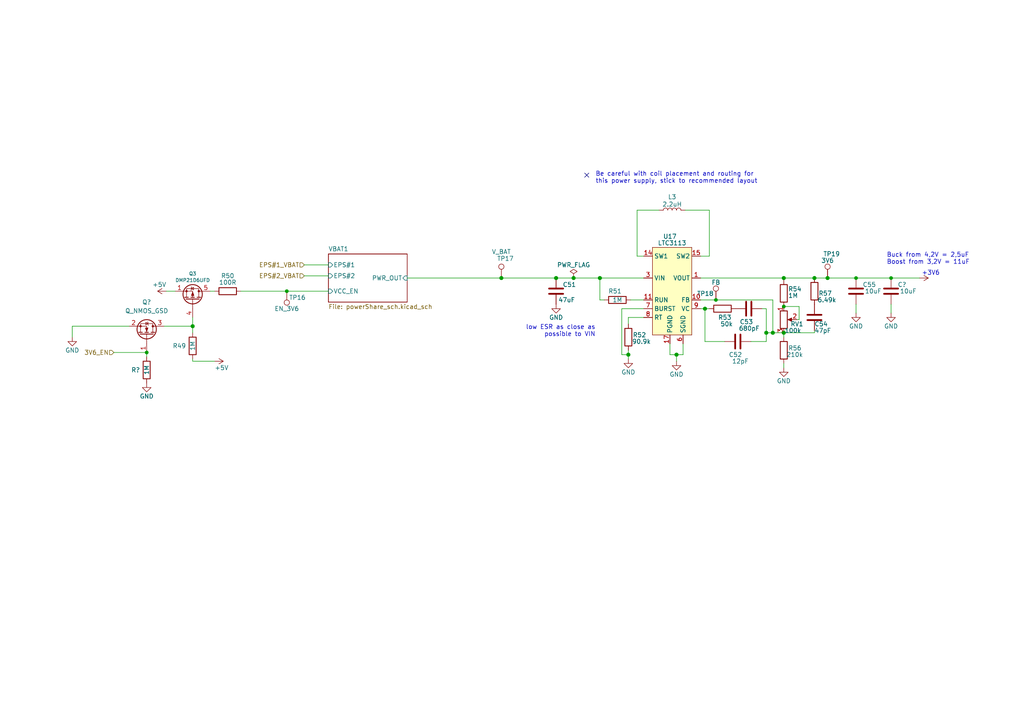
<source format=kicad_sch>
(kicad_sch (version 20211123) (generator eeschema)

  (uuid 93bc236d-3455-443f-8726-2037a6755e8b)

  (paper "A4")

  (lib_symbols
    (symbol "Connector:TestPoint" (pin_numbers hide) (pin_names (offset 0.762) hide) (in_bom yes) (on_board yes)
      (property "Reference" "TP" (id 0) (at 0 6.858 0)
        (effects (font (size 1.27 1.27)))
      )
      (property "Value" "TestPoint" (id 1) (at 0 5.08 0)
        (effects (font (size 1.27 1.27)))
      )
      (property "Footprint" "" (id 2) (at 5.08 0 0)
        (effects (font (size 1.27 1.27)) hide)
      )
      (property "Datasheet" "~" (id 3) (at 5.08 0 0)
        (effects (font (size 1.27 1.27)) hide)
      )
      (property "ki_keywords" "test point tp" (id 4) (at 0 0 0)
        (effects (font (size 1.27 1.27)) hide)
      )
      (property "ki_description" "test point" (id 5) (at 0 0 0)
        (effects (font (size 1.27 1.27)) hide)
      )
      (property "ki_fp_filters" "Pin* Test*" (id 6) (at 0 0 0)
        (effects (font (size 1.27 1.27)) hide)
      )
      (symbol "TestPoint_0_1"
        (circle (center 0 3.302) (radius 0.762)
          (stroke (width 0) (type default) (color 0 0 0 0))
          (fill (type none))
        )
      )
      (symbol "TestPoint_1_1"
        (pin passive line (at 0 0 90) (length 2.54)
          (name "1" (effects (font (size 1.27 1.27))))
          (number "1" (effects (font (size 1.27 1.27))))
        )
      )
    )
    (symbol "Device:C" (pin_numbers hide) (pin_names (offset 0.254)) (in_bom yes) (on_board yes)
      (property "Reference" "C" (id 0) (at 0.635 2.54 0)
        (effects (font (size 1.27 1.27)) (justify left))
      )
      (property "Value" "C" (id 1) (at 0.635 -2.54 0)
        (effects (font (size 1.27 1.27)) (justify left))
      )
      (property "Footprint" "" (id 2) (at 0.9652 -3.81 0)
        (effects (font (size 1.27 1.27)) hide)
      )
      (property "Datasheet" "~" (id 3) (at 0 0 0)
        (effects (font (size 1.27 1.27)) hide)
      )
      (property "ki_keywords" "cap capacitor" (id 4) (at 0 0 0)
        (effects (font (size 1.27 1.27)) hide)
      )
      (property "ki_description" "Unpolarized capacitor" (id 5) (at 0 0 0)
        (effects (font (size 1.27 1.27)) hide)
      )
      (property "ki_fp_filters" "C_*" (id 6) (at 0 0 0)
        (effects (font (size 1.27 1.27)) hide)
      )
      (symbol "C_0_1"
        (polyline
          (pts
            (xy -2.032 -0.762)
            (xy 2.032 -0.762)
          )
          (stroke (width 0.508) (type default) (color 0 0 0 0))
          (fill (type none))
        )
        (polyline
          (pts
            (xy -2.032 0.762)
            (xy 2.032 0.762)
          )
          (stroke (width 0.508) (type default) (color 0 0 0 0))
          (fill (type none))
        )
      )
      (symbol "C_1_1"
        (pin passive line (at 0 3.81 270) (length 2.794)
          (name "~" (effects (font (size 1.27 1.27))))
          (number "1" (effects (font (size 1.27 1.27))))
        )
        (pin passive line (at 0 -3.81 90) (length 2.794)
          (name "~" (effects (font (size 1.27 1.27))))
          (number "2" (effects (font (size 1.27 1.27))))
        )
      )
    )
    (symbol "Device:L" (pin_numbers hide) (pin_names (offset 1.016) hide) (in_bom yes) (on_board yes)
      (property "Reference" "L" (id 0) (at -1.27 0 90)
        (effects (font (size 1.27 1.27)))
      )
      (property "Value" "L" (id 1) (at 1.905 0 90)
        (effects (font (size 1.27 1.27)))
      )
      (property "Footprint" "" (id 2) (at 0 0 0)
        (effects (font (size 1.27 1.27)) hide)
      )
      (property "Datasheet" "~" (id 3) (at 0 0 0)
        (effects (font (size 1.27 1.27)) hide)
      )
      (property "ki_keywords" "inductor choke coil reactor magnetic" (id 4) (at 0 0 0)
        (effects (font (size 1.27 1.27)) hide)
      )
      (property "ki_description" "Inductor" (id 5) (at 0 0 0)
        (effects (font (size 1.27 1.27)) hide)
      )
      (property "ki_fp_filters" "Choke_* *Coil* Inductor_* L_*" (id 6) (at 0 0 0)
        (effects (font (size 1.27 1.27)) hide)
      )
      (symbol "L_0_1"
        (arc (start 0 -2.54) (mid 0.635 -1.905) (end 0 -1.27)
          (stroke (width 0) (type default) (color 0 0 0 0))
          (fill (type none))
        )
        (arc (start 0 -1.27) (mid 0.635 -0.635) (end 0 0)
          (stroke (width 0) (type default) (color 0 0 0 0))
          (fill (type none))
        )
        (arc (start 0 0) (mid 0.635 0.635) (end 0 1.27)
          (stroke (width 0) (type default) (color 0 0 0 0))
          (fill (type none))
        )
        (arc (start 0 1.27) (mid 0.635 1.905) (end 0 2.54)
          (stroke (width 0) (type default) (color 0 0 0 0))
          (fill (type none))
        )
      )
      (symbol "L_1_1"
        (pin passive line (at 0 3.81 270) (length 1.27)
          (name "1" (effects (font (size 1.27 1.27))))
          (number "1" (effects (font (size 1.27 1.27))))
        )
        (pin passive line (at 0 -3.81 90) (length 1.27)
          (name "2" (effects (font (size 1.27 1.27))))
          (number "2" (effects (font (size 1.27 1.27))))
        )
      )
    )
    (symbol "Device:Q_NMOS_GSD" (pin_names (offset 0) hide) (in_bom yes) (on_board yes)
      (property "Reference" "Q" (id 0) (at 5.08 1.27 0)
        (effects (font (size 1.27 1.27)) (justify left))
      )
      (property "Value" "Q_NMOS_GSD" (id 1) (at 5.08 -1.27 0)
        (effects (font (size 1.27 1.27)) (justify left))
      )
      (property "Footprint" "" (id 2) (at 5.08 2.54 0)
        (effects (font (size 1.27 1.27)) hide)
      )
      (property "Datasheet" "~" (id 3) (at 0 0 0)
        (effects (font (size 1.27 1.27)) hide)
      )
      (property "ki_keywords" "transistor NMOS N-MOS N-MOSFET" (id 4) (at 0 0 0)
        (effects (font (size 1.27 1.27)) hide)
      )
      (property "ki_description" "N-MOSFET transistor, gate/source/drain" (id 5) (at 0 0 0)
        (effects (font (size 1.27 1.27)) hide)
      )
      (symbol "Q_NMOS_GSD_0_1"
        (polyline
          (pts
            (xy 0.254 0)
            (xy -2.54 0)
          )
          (stroke (width 0) (type default) (color 0 0 0 0))
          (fill (type none))
        )
        (polyline
          (pts
            (xy 0.254 1.905)
            (xy 0.254 -1.905)
          )
          (stroke (width 0.254) (type default) (color 0 0 0 0))
          (fill (type none))
        )
        (polyline
          (pts
            (xy 0.762 -1.27)
            (xy 0.762 -2.286)
          )
          (stroke (width 0.254) (type default) (color 0 0 0 0))
          (fill (type none))
        )
        (polyline
          (pts
            (xy 0.762 0.508)
            (xy 0.762 -0.508)
          )
          (stroke (width 0.254) (type default) (color 0 0 0 0))
          (fill (type none))
        )
        (polyline
          (pts
            (xy 0.762 2.286)
            (xy 0.762 1.27)
          )
          (stroke (width 0.254) (type default) (color 0 0 0 0))
          (fill (type none))
        )
        (polyline
          (pts
            (xy 2.54 2.54)
            (xy 2.54 1.778)
          )
          (stroke (width 0) (type default) (color 0 0 0 0))
          (fill (type none))
        )
        (polyline
          (pts
            (xy 2.54 -2.54)
            (xy 2.54 0)
            (xy 0.762 0)
          )
          (stroke (width 0) (type default) (color 0 0 0 0))
          (fill (type none))
        )
        (polyline
          (pts
            (xy 0.762 -1.778)
            (xy 3.302 -1.778)
            (xy 3.302 1.778)
            (xy 0.762 1.778)
          )
          (stroke (width 0) (type default) (color 0 0 0 0))
          (fill (type none))
        )
        (polyline
          (pts
            (xy 1.016 0)
            (xy 2.032 0.381)
            (xy 2.032 -0.381)
            (xy 1.016 0)
          )
          (stroke (width 0) (type default) (color 0 0 0 0))
          (fill (type outline))
        )
        (polyline
          (pts
            (xy 2.794 0.508)
            (xy 2.921 0.381)
            (xy 3.683 0.381)
            (xy 3.81 0.254)
          )
          (stroke (width 0) (type default) (color 0 0 0 0))
          (fill (type none))
        )
        (polyline
          (pts
            (xy 3.302 0.381)
            (xy 2.921 -0.254)
            (xy 3.683 -0.254)
            (xy 3.302 0.381)
          )
          (stroke (width 0) (type default) (color 0 0 0 0))
          (fill (type none))
        )
        (circle (center 1.651 0) (radius 2.794)
          (stroke (width 0.254) (type default) (color 0 0 0 0))
          (fill (type none))
        )
        (circle (center 2.54 -1.778) (radius 0.254)
          (stroke (width 0) (type default) (color 0 0 0 0))
          (fill (type outline))
        )
        (circle (center 2.54 1.778) (radius 0.254)
          (stroke (width 0) (type default) (color 0 0 0 0))
          (fill (type outline))
        )
      )
      (symbol "Q_NMOS_GSD_1_1"
        (pin input line (at -5.08 0 0) (length 2.54)
          (name "G" (effects (font (size 1.27 1.27))))
          (number "1" (effects (font (size 1.27 1.27))))
        )
        (pin passive line (at 2.54 -5.08 90) (length 2.54)
          (name "S" (effects (font (size 1.27 1.27))))
          (number "2" (effects (font (size 1.27 1.27))))
        )
        (pin passive line (at 2.54 5.08 270) (length 2.54)
          (name "D" (effects (font (size 1.27 1.27))))
          (number "3" (effects (font (size 1.27 1.27))))
        )
      )
    )
    (symbol "Device:R" (pin_numbers hide) (pin_names (offset 0)) (in_bom yes) (on_board yes)
      (property "Reference" "R" (id 0) (at 2.032 0 90)
        (effects (font (size 1.27 1.27)))
      )
      (property "Value" "R" (id 1) (at 0 0 90)
        (effects (font (size 1.27 1.27)))
      )
      (property "Footprint" "" (id 2) (at -1.778 0 90)
        (effects (font (size 1.27 1.27)) hide)
      )
      (property "Datasheet" "~" (id 3) (at 0 0 0)
        (effects (font (size 1.27 1.27)) hide)
      )
      (property "ki_keywords" "R res resistor" (id 4) (at 0 0 0)
        (effects (font (size 1.27 1.27)) hide)
      )
      (property "ki_description" "Resistor" (id 5) (at 0 0 0)
        (effects (font (size 1.27 1.27)) hide)
      )
      (property "ki_fp_filters" "R_*" (id 6) (at 0 0 0)
        (effects (font (size 1.27 1.27)) hide)
      )
      (symbol "R_0_1"
        (rectangle (start -1.016 -2.54) (end 1.016 2.54)
          (stroke (width 0.254) (type default) (color 0 0 0 0))
          (fill (type none))
        )
      )
      (symbol "R_1_1"
        (pin passive line (at 0 3.81 270) (length 1.27)
          (name "~" (effects (font (size 1.27 1.27))))
          (number "1" (effects (font (size 1.27 1.27))))
        )
        (pin passive line (at 0 -3.81 90) (length 1.27)
          (name "~" (effects (font (size 1.27 1.27))))
          (number "2" (effects (font (size 1.27 1.27))))
        )
      )
    )
    (symbol "Device:R_Potentiometer" (pin_names (offset 1.016) hide) (in_bom yes) (on_board yes)
      (property "Reference" "RV" (id 0) (at -4.445 0 90)
        (effects (font (size 1.27 1.27)))
      )
      (property "Value" "R_Potentiometer" (id 1) (at -2.54 0 90)
        (effects (font (size 1.27 1.27)))
      )
      (property "Footprint" "" (id 2) (at 0 0 0)
        (effects (font (size 1.27 1.27)) hide)
      )
      (property "Datasheet" "~" (id 3) (at 0 0 0)
        (effects (font (size 1.27 1.27)) hide)
      )
      (property "ki_keywords" "resistor variable" (id 4) (at 0 0 0)
        (effects (font (size 1.27 1.27)) hide)
      )
      (property "ki_description" "Potentiometer" (id 5) (at 0 0 0)
        (effects (font (size 1.27 1.27)) hide)
      )
      (property "ki_fp_filters" "Potentiometer*" (id 6) (at 0 0 0)
        (effects (font (size 1.27 1.27)) hide)
      )
      (symbol "R_Potentiometer_0_1"
        (polyline
          (pts
            (xy 2.54 0)
            (xy 1.524 0)
          )
          (stroke (width 0) (type default) (color 0 0 0 0))
          (fill (type none))
        )
        (polyline
          (pts
            (xy 1.143 0)
            (xy 2.286 0.508)
            (xy 2.286 -0.508)
            (xy 1.143 0)
          )
          (stroke (width 0) (type default) (color 0 0 0 0))
          (fill (type outline))
        )
        (rectangle (start 1.016 2.54) (end -1.016 -2.54)
          (stroke (width 0.254) (type default) (color 0 0 0 0))
          (fill (type none))
        )
      )
      (symbol "R_Potentiometer_1_1"
        (pin passive line (at 0 3.81 270) (length 1.27)
          (name "1" (effects (font (size 1.27 1.27))))
          (number "1" (effects (font (size 1.27 1.27))))
        )
        (pin passive line (at 3.81 0 180) (length 1.27)
          (name "2" (effects (font (size 1.27 1.27))))
          (number "2" (effects (font (size 1.27 1.27))))
        )
        (pin passive line (at 0 -3.81 90) (length 1.27)
          (name "3" (effects (font (size 1.27 1.27))))
          (number "3" (effects (font (size 1.27 1.27))))
        )
      )
    )
    (symbol "Transistor_FET:SiS443DN" (pin_names hide) (in_bom yes) (on_board yes)
      (property "Reference" "Q" (id 0) (at 5.08 1.905 0)
        (effects (font (size 1.27 1.27)) (justify left))
      )
      (property "Value" "SiS443DN" (id 1) (at 5.08 0 0)
        (effects (font (size 1.27 1.27)) (justify left))
      )
      (property "Footprint" "Package_SO:Vishay_PowerPAK_1212-8_Single" (id 2) (at 5.08 -1.905 0)
        (effects (font (size 1.27 1.27) italic) (justify left) hide)
      )
      (property "Datasheet" "https://www.vishay.com/docs/63253/sis443dn.pdf" (id 3) (at 0 0 90)
        (effects (font (size 1.27 1.27)) (justify left) hide)
      )
      (property "ki_keywords" "P-Channel MOSFET" (id 4) (at 0 0 0)
        (effects (font (size 1.27 1.27)) hide)
      )
      (property "ki_description" "-35A Id, -40V Vds, P-Channel MOSFET, PowerPAK 1212-8 Single" (id 5) (at 0 0 0)
        (effects (font (size 1.27 1.27)) hide)
      )
      (property "ki_fp_filters" "Vishay*PowerPAK*1212*Single*" (id 6) (at 0 0 0)
        (effects (font (size 1.27 1.27)) hide)
      )
      (symbol "SiS443DN_0_1"
        (polyline
          (pts
            (xy 0.254 0)
            (xy -2.54 0)
          )
          (stroke (width 0) (type default) (color 0 0 0 0))
          (fill (type none))
        )
        (polyline
          (pts
            (xy 0.254 1.905)
            (xy 0.254 -1.905)
          )
          (stroke (width 0.254) (type default) (color 0 0 0 0))
          (fill (type none))
        )
        (polyline
          (pts
            (xy 0.762 -1.27)
            (xy 0.762 -2.286)
          )
          (stroke (width 0.254) (type default) (color 0 0 0 0))
          (fill (type none))
        )
        (polyline
          (pts
            (xy 0.762 0.508)
            (xy 0.762 -0.508)
          )
          (stroke (width 0.254) (type default) (color 0 0 0 0))
          (fill (type none))
        )
        (polyline
          (pts
            (xy 0.762 2.286)
            (xy 0.762 1.27)
          )
          (stroke (width 0.254) (type default) (color 0 0 0 0))
          (fill (type none))
        )
        (polyline
          (pts
            (xy 2.54 2.54)
            (xy 2.54 1.778)
          )
          (stroke (width 0) (type default) (color 0 0 0 0))
          (fill (type none))
        )
        (polyline
          (pts
            (xy 2.54 -2.54)
            (xy 2.54 0)
            (xy 0.762 0)
          )
          (stroke (width 0) (type default) (color 0 0 0 0))
          (fill (type none))
        )
        (polyline
          (pts
            (xy 0.762 1.778)
            (xy 3.302 1.778)
            (xy 3.302 -1.778)
            (xy 0.762 -1.778)
          )
          (stroke (width 0) (type default) (color 0 0 0 0))
          (fill (type none))
        )
        (polyline
          (pts
            (xy 2.286 0)
            (xy 1.27 0.381)
            (xy 1.27 -0.381)
            (xy 2.286 0)
          )
          (stroke (width 0) (type default) (color 0 0 0 0))
          (fill (type outline))
        )
        (polyline
          (pts
            (xy 2.794 -0.508)
            (xy 2.921 -0.381)
            (xy 3.683 -0.381)
            (xy 3.81 -0.254)
          )
          (stroke (width 0) (type default) (color 0 0 0 0))
          (fill (type none))
        )
        (polyline
          (pts
            (xy 3.302 -0.381)
            (xy 2.921 0.254)
            (xy 3.683 0.254)
            (xy 3.302 -0.381)
          )
          (stroke (width 0) (type default) (color 0 0 0 0))
          (fill (type none))
        )
        (circle (center 1.651 0) (radius 2.794)
          (stroke (width 0.254) (type default) (color 0 0 0 0))
          (fill (type none))
        )
        (circle (center 2.54 -1.778) (radius 0.254)
          (stroke (width 0) (type default) (color 0 0 0 0))
          (fill (type outline))
        )
        (circle (center 2.54 1.778) (radius 0.254)
          (stroke (width 0) (type default) (color 0 0 0 0))
          (fill (type outline))
        )
      )
      (symbol "SiS443DN_1_1"
        (pin passive line (at 2.54 -5.08 90) (length 2.54)
          (name "S" (effects (font (size 1.27 1.27))))
          (number "1" (effects (font (size 1.27 1.27))))
        )
        (pin passive line (at 2.54 -5.08 90) (length 2.54) hide
          (name "S" (effects (font (size 1.27 1.27))))
          (number "2" (effects (font (size 1.27 1.27))))
        )
        (pin passive line (at 2.54 -5.08 90) (length 2.54) hide
          (name "S" (effects (font (size 1.27 1.27))))
          (number "3" (effects (font (size 1.27 1.27))))
        )
        (pin passive line (at -5.08 0 0) (length 2.54)
          (name "G" (effects (font (size 1.27 1.27))))
          (number "4" (effects (font (size 1.27 1.27))))
        )
        (pin passive line (at 2.54 5.08 270) (length 2.54)
          (name "D" (effects (font (size 1.27 1.27))))
          (number "5" (effects (font (size 1.27 1.27))))
        )
      )
    )
    (symbol "comm:LTC3113" (in_bom yes) (on_board yes)
      (property "Reference" "U" (id 0) (at 0 17.78 0)
        (effects (font (size 1.27 1.27)))
      )
      (property "Value" "LTC3113" (id 1) (at 0 15.24 0)
        (effects (font (size 1.27 1.27)))
      )
      (property "Footprint" "Package_DFN_QFN:DFN-16-1EP_4x5mm_P0.5mm_EP2.44x4.34mm" (id 2) (at 0 13.97 0)
        (effects (font (size 1.27 1.27)) hide)
      )
      (property "Datasheet" "" (id 3) (at 0 13.97 0)
        (effects (font (size 1.27 1.27)) hide)
      )
      (symbol "LTC3113_0_1"
        (rectangle (start -5.08 11.43) (end 6.35 -13.97)
          (stroke (width 0.1524) (type default) (color 0 0 0 0))
          (fill (type background))
        )
      )
      (symbol "LTC3113_1_1"
        (pin power_out line (at 8.89 2.54 180) (length 2.54)
          (name "VOUT" (effects (font (size 1.27 1.27))))
          (number "1" (effects (font (size 1.27 1.27))))
        )
        (pin input line (at 8.89 -3.81 180) (length 2.54)
          (name "FB" (effects (font (size 1.27 1.27))))
          (number "10" (effects (font (size 1.27 1.27))))
        )
        (pin input line (at -7.62 -3.81 0) (length 2.54)
          (name "RUN" (effects (font (size 1.27 1.27))))
          (number "11" (effects (font (size 1.27 1.27))))
        )
        (pin input line (at -7.62 8.89 0) (length 2.54) hide
          (name "SW1" (effects (font (size 1.27 1.27))))
          (number "12" (effects (font (size 1.27 1.27))))
        )
        (pin input line (at -7.62 8.89 0) (length 2.54) hide
          (name "SW1" (effects (font (size 1.27 1.27))))
          (number "13" (effects (font (size 1.27 1.27))))
        )
        (pin input line (at -7.62 8.89 0) (length 2.54)
          (name "SW1" (effects (font (size 1.27 1.27))))
          (number "14" (effects (font (size 1.27 1.27))))
        )
        (pin input line (at 8.89 8.89 180) (length 2.54)
          (name "SW2" (effects (font (size 1.27 1.27))))
          (number "15" (effects (font (size 1.27 1.27))))
        )
        (pin input line (at 8.89 8.89 180) (length 2.54) hide
          (name "SW2" (effects (font (size 1.27 1.27))))
          (number "16" (effects (font (size 1.27 1.27))))
        )
        (pin power_in line (at 0 -16.51 90) (length 2.54)
          (name "PGND" (effects (font (size 1.27 1.27))))
          (number "17" (effects (font (size 1.27 1.27))))
        )
        (pin passive line (at 8.89 2.54 180) (length 2.54) hide
          (name "VOUT" (effects (font (size 1.27 1.27))))
          (number "2" (effects (font (size 1.27 1.27))))
        )
        (pin power_in line (at -7.62 2.54 0) (length 2.54)
          (name "VIN" (effects (font (size 1.27 1.27))))
          (number "3" (effects (font (size 1.27 1.27))))
        )
        (pin power_in line (at -7.62 2.54 0) (length 2.54) hide
          (name "VIN" (effects (font (size 1.27 1.27))))
          (number "4" (effects (font (size 1.27 1.27))))
        )
        (pin power_in line (at -7.62 2.54 0) (length 2.54) hide
          (name "VIN" (effects (font (size 1.27 1.27))))
          (number "5" (effects (font (size 1.27 1.27))))
        )
        (pin power_in line (at 3.81 -16.51 90) (length 2.54)
          (name "SGND" (effects (font (size 1.27 1.27))))
          (number "6" (effects (font (size 1.27 1.27))))
        )
        (pin input line (at -7.62 -6.35 0) (length 2.54)
          (name "BURST" (effects (font (size 1.27 1.27))))
          (number "7" (effects (font (size 1.27 1.27))))
        )
        (pin input line (at -7.62 -8.89 0) (length 2.54)
          (name "RT" (effects (font (size 1.27 1.27))))
          (number "8" (effects (font (size 1.27 1.27))))
        )
        (pin input line (at 8.89 -6.35 180) (length 2.54)
          (name "VC" (effects (font (size 1.27 1.27))))
          (number "9" (effects (font (size 1.27 1.27))))
        )
      )
    )
    (symbol "power:+3V8" (power) (pin_names (offset 0)) (in_bom yes) (on_board yes)
      (property "Reference" "#PWR" (id 0) (at 0 -3.81 0)
        (effects (font (size 1.27 1.27)) hide)
      )
      (property "Value" "+3V8" (id 1) (at 0 3.556 0)
        (effects (font (size 1.27 1.27)))
      )
      (property "Footprint" "" (id 2) (at 0 0 0)
        (effects (font (size 1.27 1.27)) hide)
      )
      (property "Datasheet" "" (id 3) (at 0 0 0)
        (effects (font (size 1.27 1.27)) hide)
      )
      (property "ki_keywords" "power-flag" (id 4) (at 0 0 0)
        (effects (font (size 1.27 1.27)) hide)
      )
      (property "ki_description" "Power symbol creates a global label with name \"+3V8\"" (id 5) (at 0 0 0)
        (effects (font (size 1.27 1.27)) hide)
      )
      (symbol "+3V8_0_1"
        (polyline
          (pts
            (xy -0.762 1.27)
            (xy 0 2.54)
          )
          (stroke (width 0) (type default) (color 0 0 0 0))
          (fill (type none))
        )
        (polyline
          (pts
            (xy 0 0)
            (xy 0 2.54)
          )
          (stroke (width 0) (type default) (color 0 0 0 0))
          (fill (type none))
        )
        (polyline
          (pts
            (xy 0 2.54)
            (xy 0.762 1.27)
          )
          (stroke (width 0) (type default) (color 0 0 0 0))
          (fill (type none))
        )
      )
      (symbol "+3V8_1_1"
        (pin power_in line (at 0 0 90) (length 0) hide
          (name "+3V8" (effects (font (size 1.27 1.27))))
          (number "1" (effects (font (size 1.27 1.27))))
        )
      )
    )
    (symbol "power:+5V" (power) (pin_names (offset 0)) (in_bom yes) (on_board yes)
      (property "Reference" "#PWR" (id 0) (at 0 -3.81 0)
        (effects (font (size 1.27 1.27)) hide)
      )
      (property "Value" "+5V" (id 1) (at 0 3.556 0)
        (effects (font (size 1.27 1.27)))
      )
      (property "Footprint" "" (id 2) (at 0 0 0)
        (effects (font (size 1.27 1.27)) hide)
      )
      (property "Datasheet" "" (id 3) (at 0 0 0)
        (effects (font (size 1.27 1.27)) hide)
      )
      (property "ki_keywords" "power-flag" (id 4) (at 0 0 0)
        (effects (font (size 1.27 1.27)) hide)
      )
      (property "ki_description" "Power symbol creates a global label with name \"+5V\"" (id 5) (at 0 0 0)
        (effects (font (size 1.27 1.27)) hide)
      )
      (symbol "+5V_0_1"
        (polyline
          (pts
            (xy -0.762 1.27)
            (xy 0 2.54)
          )
          (stroke (width 0) (type default) (color 0 0 0 0))
          (fill (type none))
        )
        (polyline
          (pts
            (xy 0 0)
            (xy 0 2.54)
          )
          (stroke (width 0) (type default) (color 0 0 0 0))
          (fill (type none))
        )
        (polyline
          (pts
            (xy 0 2.54)
            (xy 0.762 1.27)
          )
          (stroke (width 0) (type default) (color 0 0 0 0))
          (fill (type none))
        )
      )
      (symbol "+5V_1_1"
        (pin power_in line (at 0 0 90) (length 0) hide
          (name "+5V" (effects (font (size 1.27 1.27))))
          (number "1" (effects (font (size 1.27 1.27))))
        )
      )
    )
    (symbol "power:GND" (power) (pin_names (offset 0)) (in_bom yes) (on_board yes)
      (property "Reference" "#PWR" (id 0) (at 0 -6.35 0)
        (effects (font (size 1.27 1.27)) hide)
      )
      (property "Value" "GND" (id 1) (at 0 -3.81 0)
        (effects (font (size 1.27 1.27)))
      )
      (property "Footprint" "" (id 2) (at 0 0 0)
        (effects (font (size 1.27 1.27)) hide)
      )
      (property "Datasheet" "" (id 3) (at 0 0 0)
        (effects (font (size 1.27 1.27)) hide)
      )
      (property "ki_keywords" "power-flag" (id 4) (at 0 0 0)
        (effects (font (size 1.27 1.27)) hide)
      )
      (property "ki_description" "Power symbol creates a global label with name \"GND\" , ground" (id 5) (at 0 0 0)
        (effects (font (size 1.27 1.27)) hide)
      )
      (symbol "GND_0_1"
        (polyline
          (pts
            (xy 0 0)
            (xy 0 -1.27)
            (xy 1.27 -1.27)
            (xy 0 -2.54)
            (xy -1.27 -1.27)
            (xy 0 -1.27)
          )
          (stroke (width 0) (type default) (color 0 0 0 0))
          (fill (type none))
        )
      )
      (symbol "GND_1_1"
        (pin power_in line (at 0 0 270) (length 0) hide
          (name "GND" (effects (font (size 1.27 1.27))))
          (number "1" (effects (font (size 1.27 1.27))))
        )
      )
    )
    (symbol "power:PWR_FLAG" (power) (pin_numbers hide) (pin_names (offset 0) hide) (in_bom yes) (on_board yes)
      (property "Reference" "#FLG" (id 0) (at 0 1.905 0)
        (effects (font (size 1.27 1.27)) hide)
      )
      (property "Value" "PWR_FLAG" (id 1) (at 0 3.81 0)
        (effects (font (size 1.27 1.27)))
      )
      (property "Footprint" "" (id 2) (at 0 0 0)
        (effects (font (size 1.27 1.27)) hide)
      )
      (property "Datasheet" "~" (id 3) (at 0 0 0)
        (effects (font (size 1.27 1.27)) hide)
      )
      (property "ki_keywords" "power-flag" (id 4) (at 0 0 0)
        (effects (font (size 1.27 1.27)) hide)
      )
      (property "ki_description" "Special symbol for telling ERC where power comes from" (id 5) (at 0 0 0)
        (effects (font (size 1.27 1.27)) hide)
      )
      (symbol "PWR_FLAG_0_0"
        (pin power_out line (at 0 0 90) (length 0)
          (name "pwr" (effects (font (size 1.27 1.27))))
          (number "1" (effects (font (size 1.27 1.27))))
        )
      )
      (symbol "PWR_FLAG_0_1"
        (polyline
          (pts
            (xy 0 0)
            (xy 0 1.27)
            (xy -1.016 1.905)
            (xy 0 2.54)
            (xy 1.016 1.905)
            (xy 0 1.27)
          )
          (stroke (width 0) (type default) (color 0 0 0 0))
          (fill (type none))
        )
      )
    )
  )

  (junction (at 224.155 96.52) (diameter 1.016) (color 0 0 0 0)
    (uuid 10466cba-b45a-4266-a3b7-e58a54c85068)
  )
  (junction (at 166.37 80.645) (diameter 1.016) (color 0 0 0 0)
    (uuid 223b1bf5-aeb0-4409-ae26-7a05947090b1)
  )
  (junction (at 173.99 80.645) (diameter 1.016) (color 0 0 0 0)
    (uuid 2bd8e8f1-1a24-4dbc-9d3e-02ec45243012)
  )
  (junction (at 196.215 102.87) (diameter 1.016) (color 0 0 0 0)
    (uuid 3230db71-e343-4ca7-bfe8-9565703f0c4c)
  )
  (junction (at 204.47 89.535) (diameter 1.016) (color 0 0 0 0)
    (uuid 3eade326-98e9-4f73-9969-c3de1dd20284)
  )
  (junction (at 248.285 80.645) (diameter 0) (color 0 0 0 0)
    (uuid 431ad2b3-efb1-4bca-b248-56233d6f0de9)
  )
  (junction (at 145.415 80.645) (diameter 1.016) (color 0 0 0 0)
    (uuid 47033c75-f09c-4ea5-aeb3-c219d9891cc7)
  )
  (junction (at 161.29 80.645) (diameter 1.016) (color 0 0 0 0)
    (uuid 5d65aa66-ef4c-4c39-9d61-47de6dffabb0)
  )
  (junction (at 240.03 80.645) (diameter 1.016) (color 0 0 0 0)
    (uuid 608b1311-8621-40a7-be19-36f27fed020a)
  )
  (junction (at 42.545 102.235) (diameter 0) (color 0 0 0 0)
    (uuid 78d6d6b1-4b1c-4224-8b6e-b250e7dfd82a)
  )
  (junction (at 258.445 80.645) (diameter 0) (color 0 0 0 0)
    (uuid 78e65289-5c2c-4a79-8bd8-a2748eea6a80)
  )
  (junction (at 182.245 102.87) (diameter 1.016) (color 0 0 0 0)
    (uuid 81fa679c-a92a-4d03-8dba-7b7ddbe3b862)
  )
  (junction (at 83.185 84.455) (diameter 0) (color 0 0 0 0)
    (uuid 963db081-7044-4f92-a766-1f2daf76bf28)
  )
  (junction (at 207.645 86.995) (diameter 0) (color 0 0 0 0)
    (uuid acc30a2b-a69f-472c-9bf1-45108a7cda82)
  )
  (junction (at 236.22 80.645) (diameter 1.016) (color 0 0 0 0)
    (uuid b282f0ec-ccbe-4072-9792-7cf3291c0003)
  )
  (junction (at 222.25 96.52) (diameter 1.016) (color 0 0 0 0)
    (uuid c424557c-de60-43fc-9d3b-22dc03bfab6a)
  )
  (junction (at 227.33 96.52) (diameter 1.016) (color 0 0 0 0)
    (uuid c9fd8097-4fd2-4bf4-ae2b-c6dd4fdd0ad6)
  )
  (junction (at 55.88 94.615) (diameter 1.016) (color 0 0 0 0)
    (uuid d10ed321-fe4a-4b2e-8c4a-eae42c56c9ad)
  )
  (junction (at 227.33 80.645) (diameter 1.016) (color 0 0 0 0)
    (uuid e85479a1-246b-4094-ab2f-e2441217b8b6)
  )
  (junction (at 227.33 88.9) (diameter 0) (color 0 0 0 0)
    (uuid ee58b9e2-2293-4041-98ac-b810e072ff5d)
  )

  (no_connect (at 170.18 50.8) (uuid 82e5ea2d-acde-40d4-b80d-7e85e848f6e3))

  (wire (pts (xy 196.215 102.87) (xy 198.12 102.87))
    (stroke (width 0) (type solid) (color 0 0 0 0))
    (uuid 049ea278-d5c7-4e32-916b-093e4d58b878)
  )
  (wire (pts (xy 95.25 76.835) (xy 88.265 76.835))
    (stroke (width 0) (type solid) (color 0 0 0 0))
    (uuid 0cceca1d-8f92-4069-96bd-f4c6a84bcb3f)
  )
  (wire (pts (xy 227.33 96.52) (xy 227.33 97.79))
    (stroke (width 0) (type solid) (color 0 0 0 0))
    (uuid 17506401-c505-4b8a-8c02-9c0a9283390f)
  )
  (wire (pts (xy 203.2 89.535) (xy 204.47 89.535))
    (stroke (width 0) (type solid) (color 0 0 0 0))
    (uuid 1879e5ff-bbb2-48ee-9149-b6be2b6c0c85)
  )
  (wire (pts (xy 182.245 102.87) (xy 182.245 104.14))
    (stroke (width 0) (type solid) (color 0 0 0 0))
    (uuid 19d12a1e-1a98-4e63-9f10-bf330392bc16)
  )
  (wire (pts (xy 20.955 94.615) (xy 37.465 94.615))
    (stroke (width 0) (type default) (color 0 0 0 0))
    (uuid 1bf87831-89da-475c-a590-049ba4ecb5a8)
  )
  (wire (pts (xy 227.33 96.52) (xy 236.22 96.52))
    (stroke (width 0) (type solid) (color 0 0 0 0))
    (uuid 1f07c9e6-a716-4ecb-9330-f0a8ddd49180)
  )
  (wire (pts (xy 161.29 80.645) (xy 166.37 80.645))
    (stroke (width 0) (type solid) (color 0 0 0 0))
    (uuid 261ceb10-a1c0-41ec-8894-558a20ffb8c1)
  )
  (wire (pts (xy 42.545 102.235) (xy 42.545 103.505))
    (stroke (width 0) (type default) (color 0 0 0 0))
    (uuid 27cb4c6f-713c-48a9-83f4-d8a119765c96)
  )
  (wire (pts (xy 207.645 86.995) (xy 224.155 86.995))
    (stroke (width 0) (type solid) (color 0 0 0 0))
    (uuid 29d4a5ba-e8d6-4e1b-9390-901b6f64301c)
  )
  (wire (pts (xy 186.69 89.535) (xy 180.34 89.535))
    (stroke (width 0) (type solid) (color 0 0 0 0))
    (uuid 321607d5-b090-4bc8-992a-daec1a7f8c2b)
  )
  (wire (pts (xy 88.265 80.01) (xy 95.25 80.01))
    (stroke (width 0) (type solid) (color 0 0 0 0))
    (uuid 360966c0-f32c-4c6f-94af-b320c03fc2d4)
  )
  (wire (pts (xy 198.12 99.695) (xy 198.12 102.87))
    (stroke (width 0) (type solid) (color 0 0 0 0))
    (uuid 3d4f22c4-470e-4541-bfff-737bb016921f)
  )
  (wire (pts (xy 182.88 86.995) (xy 186.69 86.995))
    (stroke (width 0) (type solid) (color 0 0 0 0))
    (uuid 412eb61d-0d49-4d84-9f20-a88eb8f1ddb1)
  )
  (wire (pts (xy 222.25 96.52) (xy 224.155 96.52))
    (stroke (width 0) (type solid) (color 0 0 0 0))
    (uuid 4a39c9a4-e72c-44f7-9917-b0725be10659)
  )
  (wire (pts (xy 210.185 99.06) (xy 204.47 99.06))
    (stroke (width 0) (type solid) (color 0 0 0 0))
    (uuid 5462e273-4610-4de9-bc3b-fa2760ac4fe7)
  )
  (wire (pts (xy 55.88 104.775) (xy 62.23 104.775))
    (stroke (width 0) (type default) (color 0 0 0 0))
    (uuid 5e5780a7-c9ae-4fdb-a412-bc2b0241c14d)
  )
  (wire (pts (xy 203.2 74.295) (xy 205.74 74.295))
    (stroke (width 0) (type solid) (color 0 0 0 0))
    (uuid 6082495c-64e5-4c52-ba04-b3834667a4e9)
  )
  (wire (pts (xy 50.8 84.455) (xy 48.26 84.455))
    (stroke (width 0) (type solid) (color 0 0 0 0))
    (uuid 60848de1-69c0-4161-83fc-4aeb21d0d129)
  )
  (wire (pts (xy 47.625 94.615) (xy 55.88 94.615))
    (stroke (width 0) (type solid) (color 0 0 0 0))
    (uuid 611ff46a-b112-4aa3-8e27-d53494f808b1)
  )
  (wire (pts (xy 224.155 96.52) (xy 227.33 96.52))
    (stroke (width 0) (type solid) (color 0 0 0 0))
    (uuid 612c567d-8f57-44da-91fa-f51e41f01983)
  )
  (wire (pts (xy 205.74 60.96) (xy 198.755 60.96))
    (stroke (width 0) (type solid) (color 0 0 0 0))
    (uuid 6219dc51-ab9e-4a9f-acd6-d2d06cfdf3d5)
  )
  (wire (pts (xy 204.47 89.535) (xy 205.74 89.535))
    (stroke (width 0) (type solid) (color 0 0 0 0))
    (uuid 63d92c6a-d643-489a-b610-46877a1df092)
  )
  (wire (pts (xy 204.47 89.535) (xy 204.47 99.06))
    (stroke (width 0) (type solid) (color 0 0 0 0))
    (uuid 64851761-36dd-45cf-82a8-11f68125ab59)
  )
  (wire (pts (xy 231.775 92.71) (xy 231.775 88.9))
    (stroke (width 0) (type default) (color 0 0 0 0))
    (uuid 6ac946e7-b92f-4da2-acc4-fd3c339c4891)
  )
  (wire (pts (xy 62.23 84.455) (xy 60.96 84.455))
    (stroke (width 0) (type solid) (color 0 0 0 0))
    (uuid 71fbfe10-f0d9-4ae5-bb3d-801d074db196)
  )
  (wire (pts (xy 227.33 80.645) (xy 236.22 80.645))
    (stroke (width 0) (type solid) (color 0 0 0 0))
    (uuid 725bac89-d139-4a83-8c1a-9af707195196)
  )
  (wire (pts (xy 55.88 104.14) (xy 55.88 104.775))
    (stroke (width 0) (type default) (color 0 0 0 0))
    (uuid 76c99d89-cde7-425f-acd7-084d6bb080a3)
  )
  (wire (pts (xy 182.245 93.98) (xy 182.245 92.075))
    (stroke (width 0) (type solid) (color 0 0 0 0))
    (uuid 7f50fdac-0d80-4715-8667-dc57a0ec19d4)
  )
  (wire (pts (xy 258.445 88.265) (xy 258.445 90.805))
    (stroke (width 0) (type solid) (color 0 0 0 0))
    (uuid 7fec40b1-6586-412e-a9b5-1933d1e099f3)
  )
  (wire (pts (xy 182.245 101.6) (xy 182.245 102.87))
    (stroke (width 0) (type solid) (color 0 0 0 0))
    (uuid 81831b8a-5454-47d8-a047-e60a79872195)
  )
  (wire (pts (xy 227.33 80.645) (xy 227.33 81.28))
    (stroke (width 0) (type solid) (color 0 0 0 0))
    (uuid 8c60b43a-9084-41a3-8680-dc43d33c20b4)
  )
  (wire (pts (xy 180.34 89.535) (xy 180.34 102.87))
    (stroke (width 0) (type solid) (color 0 0 0 0))
    (uuid 90a60d6e-efdd-4b21-a7bd-6e454a96062a)
  )
  (wire (pts (xy 33.02 102.235) (xy 42.545 102.235))
    (stroke (width 0) (type default) (color 0 0 0 0))
    (uuid 94804785-9b99-41f6-9cd3-b799ac9befb0)
  )
  (wire (pts (xy 205.74 60.96) (xy 205.74 74.295))
    (stroke (width 0) (type solid) (color 0 0 0 0))
    (uuid 95475eda-4b01-4b5b-bb59-e47c2002372f)
  )
  (wire (pts (xy 173.99 80.645) (xy 186.69 80.645))
    (stroke (width 0) (type solid) (color 0 0 0 0))
    (uuid 997b3398-f886-40f4-a451-ee5852abda52)
  )
  (wire (pts (xy 236.22 96.52) (xy 236.22 95.885))
    (stroke (width 0) (type solid) (color 0 0 0 0))
    (uuid 9b74c266-6cc9-49fd-b629-2a76c0e78f43)
  )
  (wire (pts (xy 194.31 102.87) (xy 196.215 102.87))
    (stroke (width 0) (type solid) (color 0 0 0 0))
    (uuid 9b895b0b-60ec-4a22-8dba-3efd8a7857fb)
  )
  (wire (pts (xy 175.26 86.995) (xy 173.99 86.995))
    (stroke (width 0) (type solid) (color 0 0 0 0))
    (uuid 9efc73c0-34c9-4aed-b429-650b825e584b)
  )
  (wire (pts (xy 184.785 60.96) (xy 184.785 74.295))
    (stroke (width 0) (type solid) (color 0 0 0 0))
    (uuid a7c9a12c-2a91-4e13-97b5-b910bc8454b4)
  )
  (wire (pts (xy 231.14 92.71) (xy 231.775 92.71))
    (stroke (width 0) (type default) (color 0 0 0 0))
    (uuid b0c48fa2-a6ca-4250-b8ac-f3144e428545)
  )
  (wire (pts (xy 182.245 92.075) (xy 186.69 92.075))
    (stroke (width 0) (type solid) (color 0 0 0 0))
    (uuid b1e97b70-6241-4b20-bb40-6c175be07d40)
  )
  (wire (pts (xy 118.11 80.645) (xy 145.415 80.645))
    (stroke (width 0) (type solid) (color 0 0 0 0))
    (uuid b2742f2a-3867-4be4-a359-fdc03dada4ad)
  )
  (wire (pts (xy 145.415 80.645) (xy 161.29 80.645))
    (stroke (width 0) (type solid) (color 0 0 0 0))
    (uuid b2742f2a-3867-4be4-a359-fdc03dada4ae)
  )
  (wire (pts (xy 69.85 84.455) (xy 83.185 84.455))
    (stroke (width 0) (type solid) (color 0 0 0 0))
    (uuid b6a3e3d7-bc8f-488e-8493-f1a588592b83)
  )
  (wire (pts (xy 203.2 86.995) (xy 207.645 86.995))
    (stroke (width 0) (type solid) (color 0 0 0 0))
    (uuid b8217ba2-4bd0-498e-b843-14ef4ecceda5)
  )
  (wire (pts (xy 180.34 102.87) (xy 182.245 102.87))
    (stroke (width 0) (type solid) (color 0 0 0 0))
    (uuid ba3c010b-16f2-45af-b2b1-ac489a2ff3ef)
  )
  (wire (pts (xy 227.33 105.41) (xy 227.33 106.68))
    (stroke (width 0) (type solid) (color 0 0 0 0))
    (uuid bd0b79be-639a-4ad6-a2f3-2437234f84fc)
  )
  (wire (pts (xy 55.88 94.615) (xy 55.88 96.52))
    (stroke (width 0) (type solid) (color 0 0 0 0))
    (uuid bf309b41-700b-4cf2-9b8d-0d85c6117e1f)
  )
  (wire (pts (xy 194.31 99.695) (xy 194.31 102.87))
    (stroke (width 0) (type solid) (color 0 0 0 0))
    (uuid c38b5d77-12ea-4dd3-a7ce-532ef972a55d)
  )
  (wire (pts (xy 227.33 88.9) (xy 231.775 88.9))
    (stroke (width 0) (type default) (color 0 0 0 0))
    (uuid c488471f-7dcf-49ec-83fd-f782ebf4dab9)
  )
  (wire (pts (xy 222.25 89.535) (xy 222.25 96.52))
    (stroke (width 0) (type solid) (color 0 0 0 0))
    (uuid c5dc042e-4cdc-45d1-934d-e10a7935a146)
  )
  (wire (pts (xy 224.155 86.995) (xy 224.155 96.52))
    (stroke (width 0) (type solid) (color 0 0 0 0))
    (uuid c74bcb29-c9d9-4b5e-92e3-c2c531c69999)
  )
  (wire (pts (xy 166.37 80.645) (xy 173.99 80.645))
    (stroke (width 0) (type solid) (color 0 0 0 0))
    (uuid c7625d30-f230-426f-93bf-81ce31181ec4)
  )
  (wire (pts (xy 83.185 84.455) (xy 95.25 84.455))
    (stroke (width 0) (type solid) (color 0 0 0 0))
    (uuid c9f2d6de-b63c-40ac-8f21-2db700cb8ad6)
  )
  (wire (pts (xy 186.69 74.295) (xy 184.785 74.295))
    (stroke (width 0) (type solid) (color 0 0 0 0))
    (uuid d288116c-547f-4a32-b3d8-19b7fd73373c)
  )
  (wire (pts (xy 248.285 88.265) (xy 248.285 90.805))
    (stroke (width 0) (type solid) (color 0 0 0 0))
    (uuid d5abcbc9-3649-4db1-a5c3-6acba25ce183)
  )
  (wire (pts (xy 203.2 80.645) (xy 227.33 80.645))
    (stroke (width 0) (type solid) (color 0 0 0 0))
    (uuid d912ce47-8d07-4b9f-8ac9-355eb78207fb)
  )
  (wire (pts (xy 248.285 80.645) (xy 258.445 80.645))
    (stroke (width 0) (type solid) (color 0 0 0 0))
    (uuid da898cf4-20c2-47c2-862c-c6185e7e83f2)
  )
  (wire (pts (xy 222.25 96.52) (xy 222.25 99.06))
    (stroke (width 0) (type solid) (color 0 0 0 0))
    (uuid de6087b2-e236-4764-bbd3-27ef6c3e7ed9)
  )
  (wire (pts (xy 236.22 80.645) (xy 240.03 80.645))
    (stroke (width 0) (type solid) (color 0 0 0 0))
    (uuid def32d6e-19da-4774-8783-c8db343f821c)
  )
  (wire (pts (xy 240.03 80.645) (xy 248.285 80.645))
    (stroke (width 0) (type solid) (color 0 0 0 0))
    (uuid def32d6e-19da-4774-8783-c8db343f821d)
  )
  (wire (pts (xy 55.88 92.075) (xy 55.88 94.615))
    (stroke (width 0) (type solid) (color 0 0 0 0))
    (uuid dfa996f8-aac8-483b-b844-24939524abbd)
  )
  (wire (pts (xy 20.955 97.79) (xy 20.955 94.615))
    (stroke (width 0) (type default) (color 0 0 0 0))
    (uuid e0d16a65-1891-42c4-99bf-b67fad346acb)
  )
  (wire (pts (xy 196.215 102.87) (xy 196.215 104.775))
    (stroke (width 0) (type solid) (color 0 0 0 0))
    (uuid e35d64a4-6669-471d-af6b-94bb2a366887)
  )
  (wire (pts (xy 184.785 60.96) (xy 191.135 60.96))
    (stroke (width 0) (type solid) (color 0 0 0 0))
    (uuid e68831d5-f82f-4a67-a937-551a87bd7def)
  )
  (wire (pts (xy 220.98 89.535) (xy 222.25 89.535))
    (stroke (width 0) (type solid) (color 0 0 0 0))
    (uuid ea9c0586-bc11-428d-9921-1d143f0b48d6)
  )
  (wire (pts (xy 217.805 99.06) (xy 222.25 99.06))
    (stroke (width 0) (type solid) (color 0 0 0 0))
    (uuid ec1e53e8-9583-4668-ab11-b593c03c49ee)
  )
  (wire (pts (xy 173.99 80.645) (xy 173.99 86.995))
    (stroke (width 0) (type solid) (color 0 0 0 0))
    (uuid fc086cd3-1b59-4e1d-945b-aaa2d55fcf8a)
  )
  (wire (pts (xy 258.445 80.645) (xy 266.7 80.645))
    (stroke (width 0) (type solid) (color 0 0 0 0))
    (uuid fd283807-27a9-4bf4-a964-adb42b513994)
  )

  (text "Be careful with coil placement and routing for\nthis power supply, stick to recommended layout"
    (at 172.72 53.34 0)
    (effects (font (size 1.27 1.27)) (justify left bottom))
    (uuid 187ca0e5-c377-46cd-b99e-4a9ada493a30)
  )
  (text "+3V6" (at 267.335 80.01 0)
    (effects (font (size 1.27 1.27)) (justify left bottom))
    (uuid 1ab99666-2754-4e03-a7fb-1d935cf15685)
  )
  (text "Buck from 4,2V = 2,5uF\nBoost from 3,2V = 11uF" (at 257.175 76.835 0)
    (effects (font (size 1.27 1.27)) (justify left bottom))
    (uuid a91064c2-b352-44fd-b9cf-6162517e67c7)
  )
  (text "low ESR as close as\npossible to VIN\n" (at 172.72 97.79 180)
    (effects (font (size 1.27 1.27)) (justify right bottom))
    (uuid e85887f4-0ced-4173-9c97-81e8392e3ff9)
  )

  (hierarchical_label "3V6_EN" (shape input) (at 33.02 102.235 180)
    (effects (font (size 1.27 1.27)) (justify right))
    (uuid 3d4c4a4e-95cc-4e2a-bec4-1456fd53e32e)
  )
  (hierarchical_label "EPS#1_VBAT" (shape input) (at 88.265 76.835 180)
    (effects (font (size 1.27 1.27)) (justify right))
    (uuid 42d0da7f-3f70-4b53-b973-f805ca2d7440)
  )
  (hierarchical_label "EPS#2_VBAT" (shape input) (at 88.265 80.01 180)
    (effects (font (size 1.27 1.27)) (justify right))
    (uuid c4bd51d6-737c-4737-b561-f035d8a6d4fd)
  )

  (symbol (lib_id "Device:R_Potentiometer") (at 227.33 92.71 0) (unit 1)
    (in_bom yes) (on_board yes)
    (uuid 0e1e56bd-eab5-4d6b-b4c5-561f3b0b401e)
    (property "Reference" "RV1" (id 0) (at 233.045 93.98 0)
      (effects (font (size 1.27 1.27)) (justify right))
    )
    (property "Value" "100k" (id 1) (at 232.41 95.885 0)
      (effects (font (size 1.27 1.27)) (justify right))
    )
    (property "Footprint" "Potentiometer_THT:Potentiometer_Vishay_T73YP_Vertical" (id 2) (at 227.33 92.71 0)
      (effects (font (size 1.27 1.27)) hide)
    )
    (property "Datasheet" "https://cz.mouser.com/datasheet/2/54/3386-776606.pdf" (id 3) (at 227.33 92.71 0)
      (effects (font (size 1.27 1.27)) hide)
    )
    (pin "1" (uuid 72e184ec-98fe-4448-9500-960f78c05658))
    (pin "2" (uuid ff49acfa-b76c-459f-be12-bd25c641a289))
    (pin "3" (uuid e3ddf9f4-05ba-4979-b993-af61fd140977))
  )

  (symbol (lib_id "Device:C") (at 161.29 84.455 0) (unit 1)
    (in_bom yes) (on_board yes)
    (uuid 1264a417-0675-47bb-a8af-7a9154520548)
    (property "Reference" "C51" (id 0) (at 163.195 82.5499 0)
      (effects (font (size 1.27 1.27)) (justify left))
    )
    (property "Value" "47uF" (id 1) (at 161.925 86.995 0)
      (effects (font (size 1.27 1.27)) (justify left))
    )
    (property "Footprint" "Capacitor_SMD:C_0603_1608Metric" (id 2) (at 162.2552 88.265 0)
      (effects (font (size 1.27 1.27)) hide)
    )
    (property "Datasheet" "~" (id 3) (at 161.29 84.455 0)
      (effects (font (size 1.27 1.27)) hide)
    )
    (pin "1" (uuid b995c13f-56f8-47fe-9bb9-4342a7adfe82))
    (pin "2" (uuid 7ceda713-da81-4d6b-8846-ee3054553385))
  )

  (symbol (lib_id "Device:Q_NMOS_GSD") (at 42.545 97.155 270) (mirror x) (unit 1)
    (in_bom yes) (on_board yes) (fields_autoplaced)
    (uuid 1558c322-8b22-49ff-880b-e01185230803)
    (property "Reference" "Q?" (id 0) (at 42.545 87.63 90))
    (property "Value" "Q_NMOS_GSD" (id 1) (at 42.545 90.17 90))
    (property "Footprint" "Package_TO_SOT_SMD:SOT-23" (id 2) (at 45.085 92.075 0)
      (effects (font (size 1.27 1.27)) hide)
    )
    (property "Datasheet" "~" (id 3) (at 42.545 97.155 0)
      (effects (font (size 1.27 1.27)) hide)
    )
    (pin "1" (uuid 179e7c2e-d509-4bca-a4fb-2489d2d41eb7))
    (pin "2" (uuid 7ae7380f-38f3-465b-96e2-077739f28d3c))
    (pin "3" (uuid 4539db14-da08-42a0-a3b6-1a3b27b312e5))
  )

  (symbol (lib_id "power:GND") (at 42.545 111.125 0) (unit 1)
    (in_bom yes) (on_board yes) (fields_autoplaced)
    (uuid 2f42fbc3-0a3f-4143-8310-6830e14efa15)
    (property "Reference" "#PWR?" (id 0) (at 42.545 117.475 0)
      (effects (font (size 1.27 1.27)) hide)
    )
    (property "Value" "GND" (id 1) (at 42.545 114.935 0))
    (property "Footprint" "" (id 2) (at 42.545 111.125 0)
      (effects (font (size 1.27 1.27)) hide)
    )
    (property "Datasheet" "" (id 3) (at 42.545 111.125 0)
      (effects (font (size 1.27 1.27)) hide)
    )
    (pin "1" (uuid 71a4d701-1859-47e7-9857-a0e764c51c8a))
  )

  (symbol (lib_id "power:GND") (at 227.33 106.68 0) (unit 1)
    (in_bom yes) (on_board yes) (fields_autoplaced)
    (uuid 34f1d719-3b71-4151-8ccf-e8f6c48b5690)
    (property "Reference" "#PWR0166" (id 0) (at 227.33 113.03 0)
      (effects (font (size 1.27 1.27)) hide)
    )
    (property "Value" "GND" (id 1) (at 227.33 110.49 0))
    (property "Footprint" "" (id 2) (at 227.33 106.68 0)
      (effects (font (size 1.27 1.27)) hide)
    )
    (property "Datasheet" "" (id 3) (at 227.33 106.68 0)
      (effects (font (size 1.27 1.27)) hide)
    )
    (pin "1" (uuid ec4f07d0-c9fe-460d-884e-253d96eda376))
  )

  (symbol (lib_id "Device:R") (at 227.33 101.6 0) (unit 1)
    (in_bom yes) (on_board yes)
    (uuid 38a6c186-ef40-46a3-a50d-838c0d782105)
    (property "Reference" "R56" (id 0) (at 228.6 100.9649 0)
      (effects (font (size 1.27 1.27)) (justify left))
    )
    (property "Value" "210k" (id 1) (at 230.505 102.87 0))
    (property "Footprint" "Inductor_SMD:L_0603_1608Metric" (id 2) (at 225.552 101.6 90)
      (effects (font (size 1.27 1.27)) hide)
    )
    (property "Datasheet" "~" (id 3) (at 227.33 101.6 0)
      (effects (font (size 1.27 1.27)) hide)
    )
    (pin "1" (uuid 890da954-1846-495d-b2c4-db3b2b2acac7))
    (pin "2" (uuid 7c155efc-5d3f-4bea-b8d2-713942d45e8f))
  )

  (symbol (lib_id "Device:R") (at 236.22 84.455 180) (unit 1)
    (in_bom yes) (on_board yes)
    (uuid 3f4bfaf3-e00f-4a9e-b244-186f306cbece)
    (property "Reference" "R57" (id 0) (at 241.2999 85.09 0)
      (effects (font (size 1.27 1.27)) (justify left))
    )
    (property "Value" "6.49k" (id 1) (at 242.5699 86.995 0)
      (effects (font (size 1.27 1.27)) (justify left))
    )
    (property "Footprint" "Inductor_SMD:L_0603_1608Metric" (id 2) (at 237.998 84.455 90)
      (effects (font (size 1.27 1.27)) hide)
    )
    (property "Datasheet" "~" (id 3) (at 236.22 84.455 0)
      (effects (font (size 1.27 1.27)) hide)
    )
    (pin "1" (uuid 4432026b-3f9e-4411-8cbe-bfd23dcc998d))
    (pin "2" (uuid 11a2c178-997b-4d34-b980-a6adbb310670))
  )

  (symbol (lib_id "Device:R") (at 227.33 85.09 0) (unit 1)
    (in_bom yes) (on_board yes)
    (uuid 4185b30a-064b-4358-8db7-3a3f60bdc219)
    (property "Reference" "R54" (id 0) (at 228.6 83.8199 0)
      (effects (font (size 1.27 1.27)) (justify left))
    )
    (property "Value" "1M" (id 1) (at 228.6 85.7249 0)
      (effects (font (size 1.27 1.27)) (justify left))
    )
    (property "Footprint" "Inductor_SMD:L_0603_1608Metric" (id 2) (at 225.552 85.09 90)
      (effects (font (size 1.27 1.27)) hide)
    )
    (property "Datasheet" "~" (id 3) (at 227.33 85.09 0)
      (effects (font (size 1.27 1.27)) hide)
    )
    (pin "1" (uuid 20798154-a42f-4a7e-ac16-2a1b27686b8e))
    (pin "2" (uuid b0143d92-c072-4f1e-99e9-fb0cee4d30ca))
  )

  (symbol (lib_id "power:GND") (at 258.445 90.805 0) (unit 1)
    (in_bom yes) (on_board yes) (fields_autoplaced)
    (uuid 4902cc2d-95ae-4dbe-b768-2b51610ebdd2)
    (property "Reference" "#PWR?" (id 0) (at 258.445 97.155 0)
      (effects (font (size 1.27 1.27)) hide)
    )
    (property "Value" "GND" (id 1) (at 258.445 94.615 0))
    (property "Footprint" "" (id 2) (at 258.445 90.805 0)
      (effects (font (size 1.27 1.27)) hide)
    )
    (property "Datasheet" "" (id 3) (at 258.445 90.805 0)
      (effects (font (size 1.27 1.27)) hide)
    )
    (pin "1" (uuid 4099acea-92f1-49f3-b33a-8687064261bb))
  )

  (symbol (lib_id "Connector:TestPoint") (at 145.415 80.645 0) (unit 1)
    (in_bom yes) (on_board yes)
    (uuid 4db093e3-b194-40a9-987a-1e48c698f5f0)
    (property "Reference" "TP17" (id 0) (at 144.145 74.9934 0)
      (effects (font (size 1.27 1.27)) (justify left))
    )
    (property "Value" "V_BAT" (id 1) (at 145.415 73.025 0))
    (property "Footprint" "" (id 2) (at 150.495 80.645 0)
      (effects (font (size 1.27 1.27)) hide)
    )
    (property "Datasheet" "~" (id 3) (at 150.495 80.645 0)
      (effects (font (size 1.27 1.27)) hide)
    )
    (pin "1" (uuid d299a97e-145a-4bac-82b4-f9ab8f9ed2f2))
  )

  (symbol (lib_id "power:PWR_FLAG") (at 166.37 80.645 0) (unit 1)
    (in_bom yes) (on_board yes) (fields_autoplaced)
    (uuid 4ee37817-841f-4d1f-84ee-43ece8213a6f)
    (property "Reference" "#FLG0106" (id 0) (at 166.37 78.74 0)
      (effects (font (size 1.27 1.27)) hide)
    )
    (property "Value" "PWR_FLAG" (id 1) (at 166.37 76.835 0))
    (property "Footprint" "" (id 2) (at 166.37 80.645 0)
      (effects (font (size 1.27 1.27)) hide)
    )
    (property "Datasheet" "~" (id 3) (at 166.37 80.645 0)
      (effects (font (size 1.27 1.27)) hide)
    )
    (pin "1" (uuid 68e0eb57-f1c5-4c87-9ff4-e8cbc148bfd3))
  )

  (symbol (lib_id "Device:R") (at 209.55 89.535 270) (unit 1)
    (in_bom yes) (on_board yes)
    (uuid 59bfe403-18b1-47d5-9f7b-cd0755bbff3d)
    (property "Reference" "R53" (id 0) (at 208.28 92.0751 90)
      (effects (font (size 1.27 1.27)) (justify left))
    )
    (property "Value" "50k" (id 1) (at 208.915 93.98 90)
      (effects (font (size 1.27 1.27)) (justify left))
    )
    (property "Footprint" "Inductor_SMD:L_0603_1608Metric" (id 2) (at 209.55 87.757 90)
      (effects (font (size 1.27 1.27)) hide)
    )
    (property "Datasheet" "~" (id 3) (at 209.55 89.535 0)
      (effects (font (size 1.27 1.27)) hide)
    )
    (pin "1" (uuid 1b2a4125-ef34-43cb-b9b4-eceb0ec6ef06))
    (pin "2" (uuid abaaf67d-1ecd-4876-9aee-219729504cd8))
  )

  (symbol (lib_id "Device:R") (at 42.545 107.315 0) (mirror y) (unit 1)
    (in_bom yes) (on_board yes) (fields_autoplaced)
    (uuid 59ce96ec-ce31-4086-bf32-2d9891caa4d1)
    (property "Reference" "R?" (id 0) (at 40.64 107.3149 0)
      (effects (font (size 1.27 1.27)) (justify left))
    )
    (property "Value" "1M" (id 1) (at 42.545 107.315 90))
    (property "Footprint" "Inductor_SMD:L_0603_1608Metric" (id 2) (at 44.323 107.315 90)
      (effects (font (size 1.27 1.27)) hide)
    )
    (property "Datasheet" "~" (id 3) (at 42.545 107.315 0)
      (effects (font (size 1.27 1.27)) hide)
    )
    (pin "1" (uuid 194495d2-9243-49ef-99f0-13191a1364dd))
    (pin "2" (uuid 59f4a130-c6ac-4475-8748-c9570416dc12))
  )

  (symbol (lib_id "Device:L") (at 194.945 60.96 90) (unit 1)
    (in_bom yes) (on_board yes)
    (uuid 61f36391-26bc-4f7f-8997-fb429ccd5c44)
    (property "Reference" "L3" (id 0) (at 194.945 57.1204 90))
    (property "Value" "2.2uH" (id 1) (at 194.945 59.2605 90))
    (property "Footprint" "Inductor_SMD:L_0603_1608Metric" (id 2) (at 194.945 60.96 0)
      (effects (font (size 1.27 1.27)) hide)
    )
    (property "Datasheet" "https://cz.mouser.com/ProductDetail/Bourns/SRP1040VA-2R2M?qs=OlC7AqGiEDmAsnS0PoxgCg%3D%3D" (id 3) (at 194.945 60.96 0)
      (effects (font (size 1.27 1.27)) hide)
    )
    (pin "1" (uuid afd50532-120f-4d6c-9979-bf4b18c88dae))
    (pin "2" (uuid 5996215e-365e-47a0-9484-67e15fbc88b2))
  )

  (symbol (lib_id "power:+5V") (at 48.26 84.455 90) (mirror x) (unit 1)
    (in_bom yes) (on_board yes)
    (uuid 677844b0-7849-41a7-bbb5-70a5b0428003)
    (property "Reference" "#PWR0163" (id 0) (at 52.07 84.455 0)
      (effects (font (size 1.27 1.27)) hide)
    )
    (property "Value" "+5V" (id 1) (at 48.26 82.5499 90)
      (effects (font (size 1.27 1.27)) (justify left))
    )
    (property "Footprint" "" (id 2) (at 48.26 84.455 0)
      (effects (font (size 1.27 1.27)) hide)
    )
    (property "Datasheet" "" (id 3) (at 48.26 84.455 0)
      (effects (font (size 1.27 1.27)) hide)
    )
    (pin "1" (uuid 8c5b5451-274e-4af6-a6c2-b4badb352309))
  )

  (symbol (lib_id "power:GND") (at 161.29 88.265 0) (unit 1)
    (in_bom yes) (on_board yes) (fields_autoplaced)
    (uuid 6f4e5c80-9a62-481f-8cac-8902784bc0ee)
    (property "Reference" "#PWR0165" (id 0) (at 161.29 94.615 0)
      (effects (font (size 1.27 1.27)) hide)
    )
    (property "Value" "GND" (id 1) (at 161.29 92.075 0))
    (property "Footprint" "" (id 2) (at 161.29 88.265 0)
      (effects (font (size 1.27 1.27)) hide)
    )
    (property "Datasheet" "" (id 3) (at 161.29 88.265 0)
      (effects (font (size 1.27 1.27)) hide)
    )
    (pin "1" (uuid 73993672-66fa-444b-a2fc-208595015bf6))
  )

  (symbol (lib_id "power:GND") (at 248.285 90.805 0) (unit 1)
    (in_bom yes) (on_board yes) (fields_autoplaced)
    (uuid 7123825f-3c28-402e-ba4e-6a91ab86254b)
    (property "Reference" "#PWR0173" (id 0) (at 248.285 97.155 0)
      (effects (font (size 1.27 1.27)) hide)
    )
    (property "Value" "GND" (id 1) (at 248.285 94.615 0))
    (property "Footprint" "" (id 2) (at 248.285 90.805 0)
      (effects (font (size 1.27 1.27)) hide)
    )
    (property "Datasheet" "" (id 3) (at 248.285 90.805 0)
      (effects (font (size 1.27 1.27)) hide)
    )
    (pin "1" (uuid 58a78c22-e9a7-49df-a05d-eddf4832bc42))
  )

  (symbol (lib_id "Device:C") (at 217.17 89.535 90) (unit 1)
    (in_bom yes) (on_board yes)
    (uuid 79cedc0c-d00c-414a-89d8-69c0b73d0b4c)
    (property "Reference" "C53" (id 0) (at 218.4399 93.345 90)
      (effects (font (size 1.27 1.27)) (justify left))
    )
    (property "Value" "680pF" (id 1) (at 220.345 95.25 90)
      (effects (font (size 1.27 1.27)) (justify left))
    )
    (property "Footprint" "Capacitor_SMD:C_0603_1608Metric" (id 2) (at 220.98 88.5698 0)
      (effects (font (size 1.27 1.27)) hide)
    )
    (property "Datasheet" "~" (id 3) (at 217.17 89.535 0)
      (effects (font (size 1.27 1.27)) hide)
    )
    (pin "1" (uuid f4fad4ca-4b2b-4dc6-b464-cbe05789f77a))
    (pin "2" (uuid 71731033-e459-4741-9e08-9613d702d328))
  )

  (symbol (lib_id "Device:R") (at 66.04 84.455 270) (mirror x) (unit 1)
    (in_bom yes) (on_board yes)
    (uuid 7bf288fe-932a-4f94-a548-53ea80b2a723)
    (property "Reference" "R50" (id 0) (at 66.04 80.01 90))
    (property "Value" "100R" (id 1) (at 66.04 81.915 90))
    (property "Footprint" "Inductor_SMD:L_0603_1608Metric" (id 2) (at 66.04 86.233 90)
      (effects (font (size 1.27 1.27)) hide)
    )
    (property "Datasheet" "~" (id 3) (at 66.04 84.455 0)
      (effects (font (size 1.27 1.27)) hide)
    )
    (pin "1" (uuid 8ad83a03-9684-4c46-99ec-256bb9584fca))
    (pin "2" (uuid 83a7a16a-1aad-4987-8533-6546b0a947e0))
  )

  (symbol (lib_id "Connector:TestPoint") (at 207.645 86.995 0) (unit 1)
    (in_bom yes) (on_board yes)
    (uuid 7d63f90f-2edf-402d-8669-4057aa44cbc0)
    (property "Reference" "TP18" (id 0) (at 207.01 85.1536 0)
      (effects (font (size 1.27 1.27)) (justify right))
    )
    (property "Value" "FB" (id 1) (at 207.645 81.915 0))
    (property "Footprint" "" (id 2) (at 212.725 86.995 0)
      (effects (font (size 1.27 1.27)) hide)
    )
    (property "Datasheet" "~" (id 3) (at 212.725 86.995 0)
      (effects (font (size 1.27 1.27)) hide)
    )
    (pin "1" (uuid 2dfc2525-1dc9-47dc-bfc9-5543a946cbd2))
  )

  (symbol (lib_id "Device:C") (at 248.285 84.455 0) (unit 1)
    (in_bom yes) (on_board yes)
    (uuid 8949f72d-9605-4b9f-aae4-6cec1bdb1e73)
    (property "Reference" "C55" (id 0) (at 250.19 82.5499 0)
      (effects (font (size 1.27 1.27)) (justify left))
    )
    (property "Value" "10uF" (id 1) (at 250.825 84.455 0)
      (effects (font (size 1.27 1.27)) (justify left))
    )
    (property "Footprint" "Capacitor_SMD:C_0603_1608Metric" (id 2) (at 249.2502 88.265 0)
      (effects (font (size 1.27 1.27)) hide)
    )
    (property "Datasheet" "~" (id 3) (at 248.285 84.455 0)
      (effects (font (size 1.27 1.27)) hide)
    )
    (pin "1" (uuid 8add8bc1-bd9b-4df7-81bb-a71748a39508))
    (pin "2" (uuid 6243c6d5-95df-45eb-8b48-da66228d5648))
  )

  (symbol (lib_id "power:+3V8") (at 266.7 80.645 270) (unit 1)
    (in_bom yes) (on_board yes) (fields_autoplaced)
    (uuid 8a04a379-6896-4162-b628-ef5d6cdd7554)
    (property "Reference" "#PWR0192" (id 0) (at 262.89 80.645 0)
      (effects (font (size 1.27 1.27)) hide)
    )
    (property "Value" "+3V8" (id 1) (at 270.256 80.645 0)
      (effects (font (size 1.27 1.27)) hide)
    )
    (property "Footprint" "" (id 2) (at 266.7 80.645 0)
      (effects (font (size 1.27 1.27)) hide)
    )
    (property "Datasheet" "" (id 3) (at 266.7 80.645 0)
      (effects (font (size 1.27 1.27)) hide)
    )
    (pin "1" (uuid 9449ab9b-36e2-4b90-840d-7dc39889a759))
  )

  (symbol (lib_id "Device:C") (at 236.22 92.075 0) (unit 1)
    (in_bom yes) (on_board yes)
    (uuid 8c6877cd-c50f-4fad-b389-3d2a96d5f25c)
    (property "Reference" "C54" (id 0) (at 236.22 93.9799 0)
      (effects (font (size 1.27 1.27)) (justify left))
    )
    (property "Value" "47pF" (id 1) (at 236.22 95.885 0)
      (effects (font (size 1.27 1.27)) (justify left))
    )
    (property "Footprint" "Capacitor_SMD:C_0603_1608Metric" (id 2) (at 237.1852 95.885 0)
      (effects (font (size 1.27 1.27)) hide)
    )
    (property "Datasheet" "~" (id 3) (at 236.22 92.075 0)
      (effects (font (size 1.27 1.27)) hide)
    )
    (pin "1" (uuid d4040a64-6194-4eda-b093-e562557eeee4))
    (pin "2" (uuid e025fce9-3af0-4a31-92c1-89b7c8815653))
  )

  (symbol (lib_id "power:GND") (at 182.245 104.14 0) (unit 1)
    (in_bom yes) (on_board yes) (fields_autoplaced)
    (uuid 8f4ac298-3e2d-469f-beb0-704422a013c1)
    (property "Reference" "#PWR0162" (id 0) (at 182.245 110.49 0)
      (effects (font (size 1.27 1.27)) hide)
    )
    (property "Value" "GND" (id 1) (at 182.245 107.95 0))
    (property "Footprint" "" (id 2) (at 182.245 104.14 0)
      (effects (font (size 1.27 1.27)) hide)
    )
    (property "Datasheet" "" (id 3) (at 182.245 104.14 0)
      (effects (font (size 1.27 1.27)) hide)
    )
    (pin "1" (uuid 06c37c43-6b49-4623-9197-31079f7e4dad))
  )

  (symbol (lib_id "power:GND") (at 20.955 97.79 0) (unit 1)
    (in_bom yes) (on_board yes) (fields_autoplaced)
    (uuid 971a7413-4dd0-4801-85f7-dc1f425c3f32)
    (property "Reference" "#PWR?" (id 0) (at 20.955 104.14 0)
      (effects (font (size 1.27 1.27)) hide)
    )
    (property "Value" "GND" (id 1) (at 20.955 101.6 0))
    (property "Footprint" "" (id 2) (at 20.955 97.79 0)
      (effects (font (size 1.27 1.27)) hide)
    )
    (property "Datasheet" "" (id 3) (at 20.955 97.79 0)
      (effects (font (size 1.27 1.27)) hide)
    )
    (pin "1" (uuid ef7cd71d-8000-44b1-9b26-a616ffd90d68))
  )

  (symbol (lib_id "Connector:TestPoint") (at 240.03 80.645 0) (unit 1)
    (in_bom yes) (on_board yes)
    (uuid 9d57b52a-9e4f-46d4-8288-c26040fc1e5f)
    (property "Reference" "TP19" (id 0) (at 238.76 73.66 0)
      (effects (font (size 1.27 1.27)) (justify left))
    )
    (property "Value" "3V6" (id 1) (at 240.03 75.565 0))
    (property "Footprint" "" (id 2) (at 245.11 80.645 0)
      (effects (font (size 1.27 1.27)) hide)
    )
    (property "Datasheet" "~" (id 3) (at 245.11 80.645 0)
      (effects (font (size 1.27 1.27)) hide)
    )
    (pin "1" (uuid 786bbf4f-e5bb-4d43-a11c-4fbb71d4221b))
  )

  (symbol (lib_id "Connector:TestPoint") (at 83.185 84.455 180) (unit 1)
    (in_bom yes) (on_board yes)
    (uuid 9f240b37-6e07-4bbe-8a43-a287ad864139)
    (property "Reference" "TP16" (id 0) (at 83.82 86.2964 0)
      (effects (font (size 1.27 1.27)) (justify right))
    )
    (property "Value" "EN_3V6" (id 1) (at 83.185 89.535 0))
    (property "Footprint" "" (id 2) (at 78.105 84.455 0)
      (effects (font (size 1.27 1.27)) hide)
    )
    (property "Datasheet" "~" (id 3) (at 78.105 84.455 0)
      (effects (font (size 1.27 1.27)) hide)
    )
    (pin "1" (uuid 746568b2-f07a-4e0c-b525-6bd5248275f2))
  )

  (symbol (lib_id "Device:C") (at 258.445 84.455 0) (unit 1)
    (in_bom yes) (on_board yes)
    (uuid b5e5c508-7700-4615-b28e-bb79b7fdd715)
    (property "Reference" "C?" (id 0) (at 260.35 82.5499 0)
      (effects (font (size 1.27 1.27)) (justify left))
    )
    (property "Value" "10uF" (id 1) (at 260.985 84.455 0)
      (effects (font (size 1.27 1.27)) (justify left))
    )
    (property "Footprint" "Capacitor_SMD:C_0603_1608Metric" (id 2) (at 259.4102 88.265 0)
      (effects (font (size 1.27 1.27)) hide)
    )
    (property "Datasheet" "~" (id 3) (at 258.445 84.455 0)
      (effects (font (size 1.27 1.27)) hide)
    )
    (pin "1" (uuid ad180d99-5e16-406e-8bcb-750c5a8f5208))
    (pin "2" (uuid 9bfad8f1-0a55-4c26-9c00-5eceec3bcfac))
  )

  (symbol (lib_id "power:+5V") (at 62.23 104.775 270) (mirror x) (unit 1)
    (in_bom yes) (on_board yes)
    (uuid bf1ec657-875c-4da8-8e1a-b1b5d88c9a5b)
    (property "Reference" "#PWR?" (id 0) (at 58.42 104.775 0)
      (effects (font (size 1.27 1.27)) hide)
    )
    (property "Value" "+5V" (id 1) (at 62.23 106.6801 90)
      (effects (font (size 1.27 1.27)) (justify left))
    )
    (property "Footprint" "" (id 2) (at 62.23 104.775 0)
      (effects (font (size 1.27 1.27)) hide)
    )
    (property "Datasheet" "" (id 3) (at 62.23 104.775 0)
      (effects (font (size 1.27 1.27)) hide)
    )
    (pin "1" (uuid 06bc28ef-0b83-458b-94b8-e23f0f530bf5))
  )

  (symbol (lib_id "comm:LTC3113") (at 194.31 83.185 0) (unit 1)
    (in_bom yes) (on_board yes)
    (uuid c606aa9d-6cb7-4aef-9d6a-f7b9fdf2056d)
    (property "Reference" "U17" (id 0) (at 194.31 68.58 0))
    (property "Value" "LTC3113" (id 1) (at 194.945 70.485 0))
    (property "Footprint" "Package_DFN_QFN:DFN-16-1EP_4x5mm_P0.5mm_EP2.44x4.34mm" (id 2) (at 194.31 65.405 0)
      (effects (font (size 1.27 1.27)) hide)
    )
    (property "Datasheet" "" (id 3) (at 194.31 73.025 0)
      (effects (font (size 1.27 1.27)) hide)
    )
    (pin "1" (uuid 548be27d-b7cb-46b8-b6da-50fbb5ccd02b))
    (pin "10" (uuid 17de06c2-31b5-4bcf-9050-a0c3a259973f))
    (pin "11" (uuid 5f9bd7f7-0ca1-4b42-aee7-b2cae7e01924))
    (pin "12" (uuid 38e0a99e-fbfc-4b2c-ae13-a805631ed99a))
    (pin "13" (uuid 0e4838ac-ab77-4e97-aca2-5cf1b456a161))
    (pin "14" (uuid c7bd254c-4464-45dd-9595-180bf306827d))
    (pin "15" (uuid 262fb150-d1c4-41e2-8535-c96cded55ac2))
    (pin "16" (uuid e5513cd4-705a-481c-8d2b-ea960539d876))
    (pin "17" (uuid 23f3dd45-1657-43ad-b3fe-2710b7aaf097))
    (pin "2" (uuid 0658d45a-c20a-4b0d-8fd5-e7a4d28887ce))
    (pin "3" (uuid dc564133-f922-467e-b13d-767a120848bc))
    (pin "4" (uuid 093aa4ac-74b7-4e5f-bee5-612eb79994f5))
    (pin "5" (uuid 4d1bbcb0-63c5-4a42-a4cd-1ba9e737a64c))
    (pin "6" (uuid ac53be8e-2f43-4b57-ae7b-ca340243fbee))
    (pin "7" (uuid 62c3f81c-1afa-4cf8-b035-c1ca5a7d1db6))
    (pin "8" (uuid 25bfac7a-6053-42b0-ae78-9346ed87babe))
    (pin "9" (uuid 0c52cffc-8a96-47ab-a639-0b40292abb9b))
  )

  (symbol (lib_id "Transistor_FET:SiS443DN") (at 55.88 86.995 270) (mirror x) (unit 1)
    (in_bom yes) (on_board yes)
    (uuid c75bd7c6-1a78-442c-b3ab-37db161a358e)
    (property "Reference" "Q3" (id 0) (at 55.88 79.375 90)
      (effects (font (size 1 1)))
    )
    (property "Value" "DMP21D6UFD" (id 1) (at 55.88 81.28 90)
      (effects (font (size 1 1)))
    )
    (property "Footprint" "Package_SO:Vishay_PowerPAK_1212-8_Single" (id 2) (at 53.975 81.915 0)
      (effects (font (size 1.27 1.27) italic) (justify left) hide)
    )
    (property "Datasheet" "https://cz.mouser.com/datasheet/2/427/VISH_S_A0001113287_1-2567075.pdf" (id 3) (at 55.88 86.995 90)
      (effects (font (size 1.27 1.27)) (justify left) hide)
    )
    (pin "1" (uuid 07748ccd-b919-4057-800a-5e90928452d4))
    (pin "2" (uuid 17936fb8-f14b-4ab0-9ed3-4a0bedf96076))
    (pin "3" (uuid 99c3c242-97c6-46bc-a601-34dac8dc3287))
    (pin "4" (uuid 3c60bd23-b750-45f1-a178-bc7a0d6a8f3c))
    (pin "5" (uuid 940a6725-2cc4-4dfb-b854-bd88ac1a9e88))
  )

  (symbol (lib_id "power:GND") (at 196.215 104.775 0) (unit 1)
    (in_bom yes) (on_board yes) (fields_autoplaced)
    (uuid ca1fe8b2-3797-4014-aae5-ad33d06c419a)
    (property "Reference" "#PWR0161" (id 0) (at 196.215 111.125 0)
      (effects (font (size 1.27 1.27)) hide)
    )
    (property "Value" "GND" (id 1) (at 196.215 108.585 0))
    (property "Footprint" "" (id 2) (at 196.215 104.775 0)
      (effects (font (size 1.27 1.27)) hide)
    )
    (property "Datasheet" "" (id 3) (at 196.215 104.775 0)
      (effects (font (size 1.27 1.27)) hide)
    )
    (pin "1" (uuid c217b78b-66a0-4f53-9edc-1c4f42126018))
  )

  (symbol (lib_id "Device:R") (at 55.88 100.33 0) (mirror y) (unit 1)
    (in_bom yes) (on_board yes) (fields_autoplaced)
    (uuid dce3073b-7b85-4683-af22-eca941c035ba)
    (property "Reference" "R49" (id 0) (at 53.975 100.3299 0)
      (effects (font (size 1.27 1.27)) (justify left))
    )
    (property "Value" "1M" (id 1) (at 55.88 100.33 90))
    (property "Footprint" "Inductor_SMD:L_0603_1608Metric" (id 2) (at 57.658 100.33 90)
      (effects (font (size 1.27 1.27)) hide)
    )
    (property "Datasheet" "~" (id 3) (at 55.88 100.33 0)
      (effects (font (size 1.27 1.27)) hide)
    )
    (pin "1" (uuid bc0facaa-8a95-4835-b6da-6bb091833f5c))
    (pin "2" (uuid 24fa5652-8f20-4c1f-b0df-8eadb381cfdf))
  )

  (symbol (lib_id "Device:R") (at 179.07 86.995 90) (unit 1)
    (in_bom yes) (on_board yes)
    (uuid ee0adcde-f873-40fc-8ce0-dde78b7c4bbd)
    (property "Reference" "R51" (id 0) (at 180.3399 84.455 90)
      (effects (font (size 1.27 1.27)) (justify left))
    )
    (property "Value" "1M" (id 1) (at 179.07 86.995 90))
    (property "Footprint" "Inductor_SMD:L_0603_1608Metric" (id 2) (at 179.07 88.773 90)
      (effects (font (size 1.27 1.27)) hide)
    )
    (property "Datasheet" "~" (id 3) (at 179.07 86.995 0)
      (effects (font (size 1.27 1.27)) hide)
    )
    (pin "1" (uuid b302b411-a9c0-4866-8157-50ff81e5afac))
    (pin "2" (uuid 284c3ff3-a3ad-41f5-bf92-c5c79807fb61))
  )

  (symbol (lib_id "Device:C") (at 213.995 99.06 90) (unit 1)
    (in_bom yes) (on_board yes)
    (uuid f36e05eb-4ef3-4f8d-a39c-69449c795d5c)
    (property "Reference" "C52" (id 0) (at 215.2649 102.87 90)
      (effects (font (size 1.27 1.27)) (justify left))
    )
    (property "Value" "12pF" (id 1) (at 217.17 104.775 90)
      (effects (font (size 1.27 1.27)) (justify left))
    )
    (property "Footprint" "Capacitor_SMD:C_0603_1608Metric" (id 2) (at 217.805 98.0948 0)
      (effects (font (size 1.27 1.27)) hide)
    )
    (property "Datasheet" "~" (id 3) (at 213.995 99.06 0)
      (effects (font (size 1.27 1.27)) hide)
    )
    (pin "1" (uuid 764f6f9a-dd23-462c-83e7-5f88662ec266))
    (pin "2" (uuid 55aaf72e-43dc-4494-89b8-0aa9e51081dc))
  )

  (symbol (lib_id "Device:R") (at 182.245 97.79 0) (unit 1)
    (in_bom yes) (on_board yes)
    (uuid ffb4bd48-d868-406b-bdf6-4d8d8d0d71fe)
    (property "Reference" "R52" (id 0) (at 183.515 97.1549 0)
      (effects (font (size 1.27 1.27)) (justify left))
    )
    (property "Value" "90.9k" (id 1) (at 186.055 99.06 0))
    (property "Footprint" "Inductor_SMD:L_0603_1608Metric" (id 2) (at 180.467 97.79 90)
      (effects (font (size 1.27 1.27)) hide)
    )
    (property "Datasheet" "~" (id 3) (at 182.245 97.79 0)
      (effects (font (size 1.27 1.27)) hide)
    )
    (pin "1" (uuid fcde9a19-9f9c-47d8-b16c-70bdca57b9e2))
    (pin "2" (uuid d27cf90f-c769-471e-b79f-840e43f41682))
  )

  (sheet (at 95.25 73.66) (size 22.86 13.97)
    (stroke (width 0.1524) (type solid) (color 0 0 0 0))
    (fill (color 0 0 0 0.0000))
    (uuid 267a91a1-f60f-4e4e-a455-eed28f022043)
    (property "Sheet name" "VBAT1" (id 0) (at 95.25 72.9484 0)
      (effects (font (size 1.27 1.27)) (justify left bottom))
    )
    (property "Sheet file" "powerShare_sch.kicad_sch" (id 1) (at 95.25 88.2146 0)
      (effects (font (size 1.27 1.27)) (justify left top))
    )
    (pin "PWR_OUT" input (at 118.11 80.645 0)
      (effects (font (size 1.27 1.27)) (justify right))
      (uuid f4d311b3-ff28-4872-968b-e341a92fe38d)
    )
    (pin "EPS#1" input (at 95.25 76.835 180)
      (effects (font (size 1.27 1.27)) (justify left))
      (uuid 79b8c562-afe1-47fe-9ebe-5b0a460ec321)
    )
    (pin "EPS#2" input (at 95.25 80.01 180)
      (effects (font (size 1.27 1.27)) (justify left))
      (uuid a18fac4c-77d9-4b7f-bfba-abdcf95cff63)
    )
    (pin "VCC_EN" input (at 95.25 84.455 180)
      (effects (font (size 1.27 1.27)) (justify left))
      (uuid 94606b80-1eea-44ac-a7c3-59101b9d71c8)
    )
  )
)

</source>
